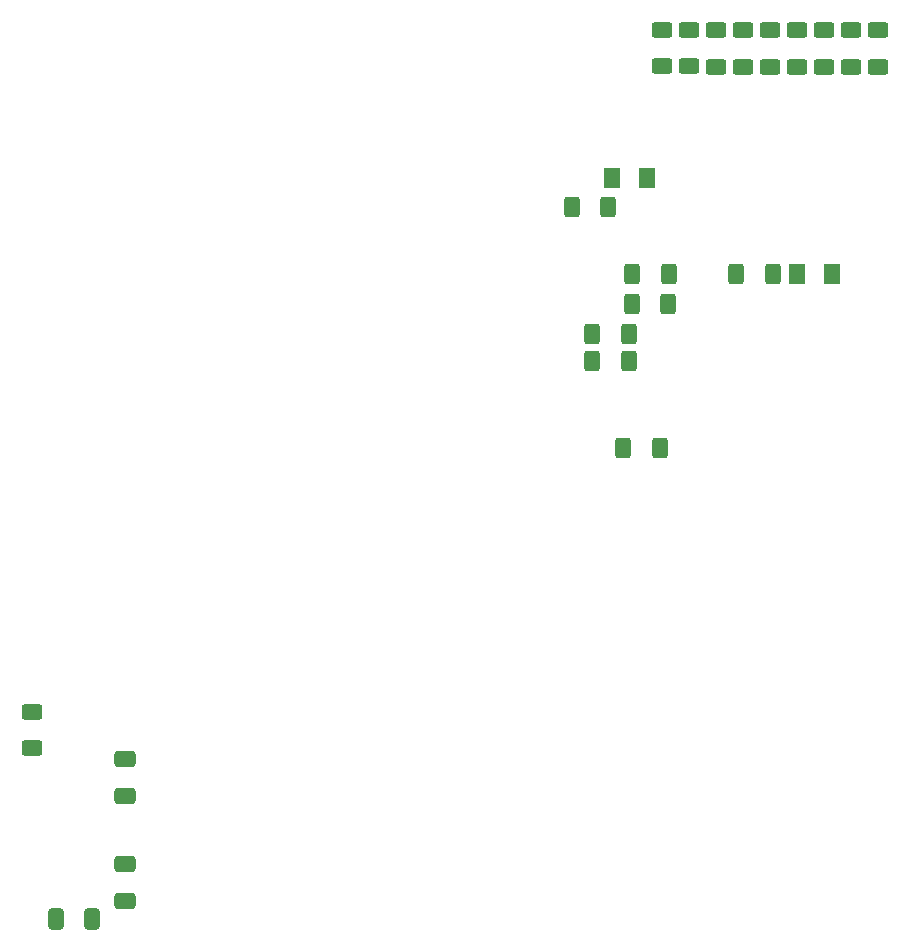
<source format=gbr>
%TF.GenerationSoftware,KiCad,Pcbnew,7.0.10-7.0.10~ubuntu20.04.1*%
%TF.CreationDate,2024-01-09T21:32:10+01:00*%
%TF.ProjectId,Unicomp_LCD_Board,556e6963-6f6d-4705-9f4c-43445f426f61,rev?*%
%TF.SameCoordinates,Original*%
%TF.FileFunction,Paste,Bot*%
%TF.FilePolarity,Positive*%
%FSLAX46Y46*%
G04 Gerber Fmt 4.6, Leading zero omitted, Abs format (unit mm)*
G04 Created by KiCad (PCBNEW 7.0.10-7.0.10~ubuntu20.04.1) date 2024-01-09 21:32:10*
%MOMM*%
%LPD*%
G01*
G04 APERTURE LIST*
G04 Aperture macros list*
%AMRoundRect*
0 Rectangle with rounded corners*
0 $1 Rounding radius*
0 $2 $3 $4 $5 $6 $7 $8 $9 X,Y pos of 4 corners*
0 Add a 4 corners polygon primitive as box body*
4,1,4,$2,$3,$4,$5,$6,$7,$8,$9,$2,$3,0*
0 Add four circle primitives for the rounded corners*
1,1,$1+$1,$2,$3*
1,1,$1+$1,$4,$5*
1,1,$1+$1,$6,$7*
1,1,$1+$1,$8,$9*
0 Add four rect primitives between the rounded corners*
20,1,$1+$1,$2,$3,$4,$5,0*
20,1,$1+$1,$4,$5,$6,$7,0*
20,1,$1+$1,$6,$7,$8,$9,0*
20,1,$1+$1,$8,$9,$2,$3,0*%
G04 Aperture macros list end*
%ADD10RoundRect,0.250000X-0.400000X-0.625000X0.400000X-0.625000X0.400000X0.625000X-0.400000X0.625000X0*%
%ADD11RoundRect,0.250000X-0.650000X0.412500X-0.650000X-0.412500X0.650000X-0.412500X0.650000X0.412500X0*%
%ADD12RoundRect,0.250000X-0.625000X0.400000X-0.625000X-0.400000X0.625000X-0.400000X0.625000X0.400000X0*%
%ADD13RoundRect,0.250000X0.400000X0.625000X-0.400000X0.625000X-0.400000X-0.625000X0.400000X-0.625000X0*%
%ADD14RoundRect,0.250000X0.625000X-0.400000X0.625000X0.400000X-0.625000X0.400000X-0.625000X-0.400000X0*%
%ADD15RoundRect,0.250001X0.462499X0.624999X-0.462499X0.624999X-0.462499X-0.624999X0.462499X-0.624999X0*%
%ADD16RoundRect,0.250000X0.650000X-0.412500X0.650000X0.412500X-0.650000X0.412500X-0.650000X-0.412500X0*%
%ADD17RoundRect,0.250000X-0.412500X-0.650000X0.412500X-0.650000X0.412500X0.650000X-0.412500X0.650000X0*%
G04 APERTURE END LIST*
D10*
%TO.C,R17*%
X126948000Y-55626000D03*
X130048000Y-55626000D03*
%TD*%
D11*
%TO.C,C1*%
X87376000Y-89369500D03*
X87376000Y-92494500D03*
%TD*%
D12*
%TO.C,R8*%
X151130000Y-27634000D03*
X151130000Y-30734000D03*
%TD*%
%TO.C,R15*%
X135128000Y-27617404D03*
X135128000Y-30717404D03*
%TD*%
D13*
%TO.C,R4*%
X132640000Y-62992000D03*
X129540000Y-62992000D03*
%TD*%
D12*
%TO.C,R16*%
X132842000Y-27617404D03*
X132842000Y-30717404D03*
%TD*%
D13*
%TO.C,R6*%
X142240000Y-48260000D03*
X139140000Y-48260000D03*
%TD*%
D12*
%TO.C,R9*%
X148844000Y-27634000D03*
X148844000Y-30734000D03*
%TD*%
%TO.C,R13*%
X137414000Y-27634000D03*
X137414000Y-30734000D03*
%TD*%
D13*
%TO.C,R7*%
X133402000Y-48246000D03*
X130302000Y-48246000D03*
%TD*%
%TO.C,R5*%
X133376000Y-50800000D03*
X130276000Y-50800000D03*
%TD*%
D12*
%TO.C,R10*%
X146558000Y-27634000D03*
X146558000Y-30734000D03*
%TD*%
D14*
%TO.C,R3*%
X79502000Y-88444000D03*
X79502000Y-85344000D03*
%TD*%
D15*
%TO.C,D4*%
X131572000Y-40132000D03*
X128597000Y-40132000D03*
%TD*%
%TO.C,D5*%
X147247000Y-48260000D03*
X144272000Y-48260000D03*
%TD*%
D12*
%TO.C,R12*%
X139700000Y-27634000D03*
X139700000Y-30734000D03*
%TD*%
%TO.C,R11*%
X144272000Y-27634000D03*
X144272000Y-30734000D03*
%TD*%
D16*
%TO.C,C2*%
X87376000Y-101384500D03*
X87376000Y-98259500D03*
%TD*%
D10*
%TO.C,R2*%
X126948000Y-53340000D03*
X130048000Y-53340000D03*
%TD*%
D12*
%TO.C,R14*%
X141986000Y-27634000D03*
X141986000Y-30734000D03*
%TD*%
D17*
%TO.C,C3*%
X81495500Y-102870000D03*
X84620500Y-102870000D03*
%TD*%
D10*
%TO.C,R18*%
X125205384Y-42591859D03*
X128305384Y-42591859D03*
%TD*%
M02*

</source>
